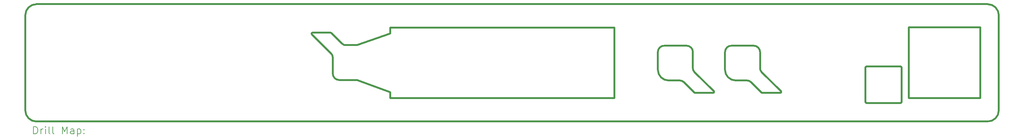
<source format=gbr>
%TF.GenerationSoftware,KiCad,Pcbnew,7.0.2-0*%
%TF.CreationDate,2023-05-18T01:17:26+02:00*%
%TF.ProjectId,LF,4c462e6b-6963-4616-945f-706362585858,rev?*%
%TF.SameCoordinates,PXfd9f08PY7735940*%
%TF.FileFunction,Drillmap*%
%TF.FilePolarity,Positive*%
%FSLAX45Y45*%
G04 Gerber Fmt 4.5, Leading zero omitted, Abs format (unit mm)*
G04 Created by KiCad (PCBNEW 7.0.2-0) date 2023-05-18 01:17:26*
%MOMM*%
%LPD*%
G01*
G04 APERTURE LIST*
%ADD10C,0.500000*%
%ADD11C,0.200000*%
G04 APERTURE END LIST*
D10*
X87868Y3111617D02*
G75*
G03*
X-257Y2899743I211226J-212120D01*
G01*
X23739730Y1499730D02*
X22810269Y1499730D01*
X22810269Y500270D02*
X22785260Y525270D01*
X9900000Y2560000D02*
X15980000Y2560000D01*
X8591086Y2121541D02*
G75*
G03*
X8688376Y2081267I96952J96559D01*
G01*
X-257Y299743D02*
X-257Y2899743D01*
X17444641Y1118233D02*
X17753942Y1118233D01*
X19265699Y1118233D02*
X19575000Y1118233D01*
X8997676Y2081267D02*
X8688376Y2081267D01*
X18104965Y1447274D02*
G75*
G03*
X18145236Y1349985I136534J-464D01*
G01*
X17154702Y1893379D02*
X17154702Y1408207D01*
X23764740Y525270D02*
X23764740Y1474730D01*
X26099740Y-257D02*
X299743Y-257D01*
X19926025Y1447274D02*
G75*
G03*
X19966294Y1349985I136563J-454D01*
G01*
X8337347Y1306121D02*
G75*
G03*
X8512504Y1130989I175351J219D01*
G01*
X17239717Y1203272D02*
G75*
G03*
X17444641Y1118233I204741J203948D01*
G01*
X18655110Y779443D02*
G75*
G03*
X18672886Y786815I-12J25147D01*
G01*
X17851230Y1077959D02*
G75*
G03*
X17753941Y1118233I-96952J-96559D01*
G01*
X26311614Y87868D02*
G75*
G03*
X26399740Y299743I-211207J212112D01*
G01*
X22810269Y500270D02*
X23739730Y500270D01*
X18672886Y822368D02*
X18145235Y1349985D01*
X23960000Y2570000D02*
X25900000Y2570000D01*
X17154699Y1408207D02*
G75*
G03*
X17239717Y1203272I289129J-157D01*
G01*
X23960000Y2570000D02*
X23960000Y640000D01*
X18104969Y1893379D02*
G75*
G03*
X17929813Y2068511I-175351J-219D01*
G01*
X18104962Y1447274D02*
X18104962Y1893379D01*
X8512500Y1130980D02*
X9000000Y1130980D01*
X299743Y3199743D02*
X26099740Y3199743D01*
X26399744Y2899743D02*
G75*
G03*
X26311615Y3111618I-298736J7D01*
G01*
X7769424Y2412697D02*
G75*
G03*
X7769427Y2377140I17824J-17777D01*
G01*
X26399740Y2899743D02*
X26399740Y299743D01*
X87869Y87869D02*
G75*
G03*
X299743Y-257I212119J211221D01*
G01*
X18142378Y786817D02*
G75*
G03*
X18160152Y779477I17780J17863D01*
G01*
X22785260Y1474730D02*
X22785260Y525270D01*
X9900000Y2400000D02*
X9900000Y2560000D01*
X18672888Y786813D02*
G75*
G03*
X18672886Y822368I-17860J17777D01*
G01*
X18975761Y1408207D02*
G75*
G03*
X19060776Y1203272I289087J-177D01*
G01*
X7787208Y2420059D02*
G75*
G03*
X7769431Y2412685I10J-25139D01*
G01*
X17929813Y2068511D02*
X17329815Y2068511D01*
X8299938Y2412683D02*
G75*
G03*
X8282164Y2420023I-17780J-17863D01*
G01*
X8997676Y2081267D02*
X9900000Y2400000D01*
X9900000Y640000D02*
X9900000Y800000D01*
X18975760Y1893379D02*
X18975760Y1408207D01*
X18655109Y779442D02*
X18160152Y779477D01*
X19750872Y2068511D02*
X19150874Y2068511D01*
X26311614Y3111617D02*
G75*
G03*
X26099740Y3199742I-212116J-211217D01*
G01*
X8591083Y2121531D02*
X8299938Y2412693D01*
X19926021Y1447274D02*
X19926021Y1893379D01*
X8337355Y1752226D02*
X8337355Y1306121D01*
X19672290Y1077960D02*
X19963435Y786815D01*
X20493946Y786813D02*
G75*
G03*
X20493945Y822368I-17858J17777D01*
G01*
X-257Y299743D02*
G75*
G03*
X87868Y87868I298755J-3D01*
G01*
X15980000Y2560000D02*
X15980000Y640000D01*
X17851231Y1077960D02*
X18142376Y786815D01*
X23739730Y500270D02*
X23764740Y525270D01*
X20493945Y822368D02*
X19966294Y1349985D01*
X8337372Y1752217D02*
G75*
G03*
X8297078Y1849506I-136434J483D01*
G01*
X15980000Y640000D02*
X9900000Y640000D01*
X19672290Y1077960D02*
G75*
G03*
X19575000Y1118233I-96952J-96560D01*
G01*
X25900000Y640000D02*
X23960000Y640000D01*
X22785260Y1474730D02*
X22810269Y1499730D01*
X19926029Y1893379D02*
G75*
G03*
X19750872Y2068511I-175361J-230D01*
G01*
X7769431Y2377132D02*
X8297082Y1849516D01*
X299743Y3199745D02*
G75*
G03*
X87868Y3111618I-5J-298745D01*
G01*
X20476168Y779442D02*
X19981211Y779477D01*
X23764740Y1474730D02*
X23739730Y1499730D01*
X25900000Y2570000D02*
X25900000Y640000D01*
X20476168Y779442D02*
G75*
G03*
X20493945Y786815I0J25118D01*
G01*
X7787208Y2420058D02*
X8282164Y2420024D01*
X19150874Y2068508D02*
G75*
G03*
X18975760Y1893379I204J-175318D01*
G01*
X26099740Y-257D02*
G75*
G03*
X26311615Y87868I-2J298767D01*
G01*
X19963433Y786813D02*
G75*
G03*
X19981211Y779477I17775J17867D01*
G01*
X17329816Y2068506D02*
G75*
G03*
X17154702Y1893379I202J-175316D01*
G01*
X19060777Y1203273D02*
G75*
G03*
X19265699Y1118233I204741J203947D01*
G01*
X9900000Y800000D02*
X9000000Y1130980D01*
D11*
X222362Y-337781D02*
X222362Y-137781D01*
X222362Y-137781D02*
X269981Y-137781D01*
X269981Y-137781D02*
X298552Y-147305D01*
X298552Y-147305D02*
X317600Y-166352D01*
X317600Y-166352D02*
X327124Y-185400D01*
X327124Y-185400D02*
X336647Y-223495D01*
X336647Y-223495D02*
X336647Y-252066D01*
X336647Y-252066D02*
X327124Y-290162D01*
X327124Y-290162D02*
X317600Y-309209D01*
X317600Y-309209D02*
X298552Y-328257D01*
X298552Y-328257D02*
X269981Y-337781D01*
X269981Y-337781D02*
X222362Y-337781D01*
X422362Y-337781D02*
X422362Y-204447D01*
X422362Y-242543D02*
X431885Y-223495D01*
X431885Y-223495D02*
X441409Y-213971D01*
X441409Y-213971D02*
X460457Y-204447D01*
X460457Y-204447D02*
X479505Y-204447D01*
X546171Y-337781D02*
X546171Y-204447D01*
X546171Y-137781D02*
X536647Y-147305D01*
X536647Y-147305D02*
X546171Y-156828D01*
X546171Y-156828D02*
X555695Y-147305D01*
X555695Y-147305D02*
X546171Y-137781D01*
X546171Y-137781D02*
X546171Y-156828D01*
X669981Y-337781D02*
X650933Y-328257D01*
X650933Y-328257D02*
X641409Y-309209D01*
X641409Y-309209D02*
X641409Y-137781D01*
X774743Y-337781D02*
X755695Y-328257D01*
X755695Y-328257D02*
X746171Y-309209D01*
X746171Y-309209D02*
X746171Y-137781D01*
X1003314Y-337781D02*
X1003314Y-137781D01*
X1003314Y-137781D02*
X1069981Y-280638D01*
X1069981Y-280638D02*
X1136647Y-137781D01*
X1136647Y-137781D02*
X1136647Y-337781D01*
X1317600Y-337781D02*
X1317600Y-233019D01*
X1317600Y-233019D02*
X1308076Y-213971D01*
X1308076Y-213971D02*
X1289028Y-204447D01*
X1289028Y-204447D02*
X1250933Y-204447D01*
X1250933Y-204447D02*
X1231886Y-213971D01*
X1317600Y-328257D02*
X1298552Y-337781D01*
X1298552Y-337781D02*
X1250933Y-337781D01*
X1250933Y-337781D02*
X1231886Y-328257D01*
X1231886Y-328257D02*
X1222362Y-309209D01*
X1222362Y-309209D02*
X1222362Y-290162D01*
X1222362Y-290162D02*
X1231886Y-271114D01*
X1231886Y-271114D02*
X1250933Y-261590D01*
X1250933Y-261590D02*
X1298552Y-261590D01*
X1298552Y-261590D02*
X1317600Y-252066D01*
X1412838Y-204447D02*
X1412838Y-404447D01*
X1412838Y-213971D02*
X1431885Y-204447D01*
X1431885Y-204447D02*
X1469981Y-204447D01*
X1469981Y-204447D02*
X1489028Y-213971D01*
X1489028Y-213971D02*
X1498552Y-223495D01*
X1498552Y-223495D02*
X1508076Y-242543D01*
X1508076Y-242543D02*
X1508076Y-299686D01*
X1508076Y-299686D02*
X1498552Y-318733D01*
X1498552Y-318733D02*
X1489028Y-328257D01*
X1489028Y-328257D02*
X1469981Y-337781D01*
X1469981Y-337781D02*
X1431885Y-337781D01*
X1431885Y-337781D02*
X1412838Y-328257D01*
X1593790Y-318733D02*
X1603314Y-328257D01*
X1603314Y-328257D02*
X1593790Y-337781D01*
X1593790Y-337781D02*
X1584266Y-328257D01*
X1584266Y-328257D02*
X1593790Y-318733D01*
X1593790Y-318733D02*
X1593790Y-337781D01*
X1593790Y-213971D02*
X1603314Y-223495D01*
X1603314Y-223495D02*
X1593790Y-233019D01*
X1593790Y-233019D02*
X1584266Y-223495D01*
X1584266Y-223495D02*
X1593790Y-213971D01*
X1593790Y-213971D02*
X1593790Y-233019D01*
M02*

</source>
